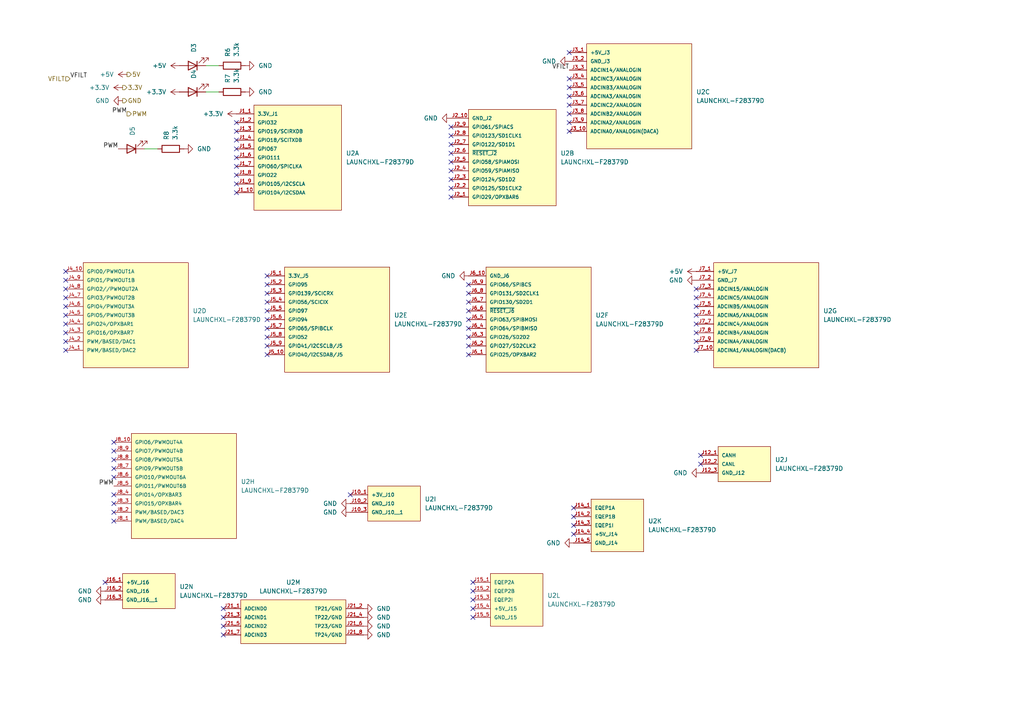
<source format=kicad_sch>
(kicad_sch (version 20231120) (generator "eeschema") (generator_version "8.0")
  (paper "A4")
  (lib_symbols
    (symbol "Device:LED" (pin_numbers hide) (pin_names (offset 1.016) hide)
      (property "Reference" "D" (at 0 2.54 0))
      (property "Value" "LED" (at 0 -2.54 0))
      (symbol "LED_0_1"
        (polyline (pts (xy -1.27 -1.27) (xy -1.27 1.27)) (stroke (width 0.254)))
        (polyline (pts (xy -1.27 0) (xy 1.27 0)))
        (polyline (pts (xy 1.27 -1.27) (xy 1.27 1.27) (xy -1.27 0) (xy 1.27 -1.27)) (stroke (width 0.254)))
        (polyline (pts (xy -3.048 -0.762) (xy -4.572 -2.286) (xy -3.81 -2.286) (xy -4.572 -2.286) (xy -4.572 -1.524)))
        (polyline (pts (xy -1.778 -0.762) (xy -3.302 -2.286) (xy -2.54 -2.286) (xy -3.302 -2.286) (xy -3.302 -1.524)))
      )
      (symbol "LED_1_1"
        (pin passive line (at -3.81 0 0) (length 2.54) (name "K") (number "1"))
        (pin passive line (at 3.81 0 180) (length 2.54) (name "A") (number "2"))
      )
    )
    (symbol "Device:R" (pin_numbers hide) (pin_names (offset 0))
      (property "Reference" "R" (at 2.032 0 90))
      (property "Value" "R" (at 0 0 90))
      (symbol "R_0_1"
        (rectangle (start -1.016 -2.54) (end 1.016 2.54) (stroke (width 0.254)))
      )
      (symbol "R_1_1"
        (pin passive line (at 0 3.81 270) (length 1.27) (name "~") (number "1"))
        (pin passive line (at 0 -3.81 90) (length 1.27) (name "~") (number "2"))
      )
    )
    (symbol "LAUNCHXL-F28379D:LAUNCHXL-F28379D" (pin_names (offset 1.016))
      (property "Reference" "U" (at -12.2428 15.9258 0))
      (property "Value" "LAUNCHXL-F28379D" (at -12.7 -17.272 0))
      (symbol "LAUNCHXL-F28379D_1_0"
        (rectangle (start -12.7 -15.24) (end 12.7 15.24) (stroke (width 0.1524)) (fill (type background)))
        (pin power_in line (at -17.78 12.7 0) (length 5.08) (name "3.3V_J1") (number "J1_1"))
        (pin bidirectional line (at -17.78 -10.16 0) (length 5.08) (name "GPIO104/I2CSDAA") (number "J1_10"))
        (pin bidirectional line (at -17.78 10.16 0) (length 5.08) (name "GPIO32") (number "J1_2"))
        (pin bidirectional line (at -17.78 7.62 0) (length 5.08) (name "GPIO19/SCIRXDB") (number "J1_3"))
        (pin bidirectional line (at -17.78 5.08 0) (length 5.08) (name "GPIO18/SCITXDB") (number "J1_4"))
        (pin bidirectional line (at -17.78 2.54 0) (length 5.08) (name "GPIO67") (number "J1_5"))
        (pin bidirectional line (at -17.78 0 0) (length 5.08) (name "GPIO111") (number "J1_6"))
        (pin bidirectional line (at -17.78 -2.54 0) (length 5.08) (name "GPIO60/SPICLKA") (number "J1_7"))
        (pin bidirectional line (at -17.78 -5.08 0) (length 5.08) (name "GPIO22") (number "J1_8"))
        (pin bidirectional line (at -17.78 -7.62 0) (length 5.08) (name "GPIO105/I2CSCLA") (number "J1_9"))
      )
      (symbol "LAUNCHXL-F28379D_2_0"
        (rectangle (start -12.7 -12.7) (end 12.7 15.24) (stroke (width 0.1524)) (fill (type background)))
        (pin bidirectional line (at -17.78 -10.16 0) (length 5.08) (name "GPIO29/OPXBAR6") (number "J2_1"))
        (pin power_in line (at -17.78 12.7 0) (length 5.08) (name "GND_J2") (number "J2_10"))
        (pin bidirectional line (at -17.78 -7.62 0) (length 5.08) (name "GPIO125/SD1CLK2") (number "J2_2"))
        (pin bidirectional line (at -17.78 -5.08 0) (length 5.08) (name "GPIO124/SD1D2") (number "J2_3"))
        (pin bidirectional line (at -17.78 -2.54 0) (length 5.08) (name "GPIO59/SPIAMISO") (number "J2_4"))
        (pin bidirectional line (at -17.78 0 0) (length 5.08) (name "GPIO58/SPIAMOSI") (number "J2_5"))
        (pin bidirectional line (at -17.78 2.54 0) (length 5.08) (name "~{RESET_J2}") (number "J2_6"))
        (pin bidirectional line (at -17.78 5.08 0) (length 5.08) (name "GPIO122/SD1D1") (number "J2_7"))
        (pin bidirectional line (at -17.78 7.62 0) (length 5.08) (name "GPIO123/SD1CLK1") (number "J2_8"))
        (pin bidirectional line (at -17.78 10.16 0) (length 5.08) (name "GPIO61/SPIACS") (number "J2_9"))
      )
      (symbol "LAUNCHXL-F28379D_3_0"
        (rectangle (start -15.24 -15.24) (end 15.24 15.24) (stroke (width 0.1524)) (fill (type background)))
        (pin power_in line (at -20.32 12.7 0) (length 5.08) (name "+5V_J3") (number "J3_1"))
        (pin bidirectional line (at -20.32 -10.16 0) (length 5.08) (name "ADCINA0/ANALOGIN(DACA)") (number "J3_10"))
        (pin power_in line (at -20.32 10.16 0) (length 5.08) (name "GND_J3") (number "J3_2"))
        (pin bidirectional line (at -20.32 7.62 0) (length 5.08) (name "ADCIN14/ANALOGIN") (number "J3_3"))
        (pin bidirectional line (at -20.32 5.08 0) (length 5.08) (name "ADCINC3/ANALOGIN") (number "J3_4"))
        (pin bidirectional line (at -20.32 2.54 0) (length 5.08) (name "ADCINB3/ANALOGIN") (number "J3_5"))
        (pin bidirectional line (at -20.32 0 0) (length 5.08) (name "ADCINA3/ANALOGIN") (number "J3_6"))
        (pin bidirectional line (at -20.32 -2.54 0) (length 5.08) (name "ADCINC2/ANALOGIN") (number "J3_7"))
        (pin bidirectional line (at -20.32 -5.08 0) (length 5.08) (name "ADCINB2/ANALOGIN") (number "J3_8"))
        (pin bidirectional line (at -20.32 -7.62 0) (length 5.08) (name "ADCINA2/ANALOGIN") (number "J3_9"))
      )
      (symbol "LAUNCHXL-F28379D_4_0"
        (rectangle (start -15.24 -15.24) (end 15.24 15.24) (stroke (width 0.1524)) (fill (type background)))
        (pin bidirectional line (at -20.32 -10.16 0) (length 5.08) (name "PWM/BASED/DAC2") (number "J4_1"))
        (pin bidirectional line (at -20.32 12.7 0) (length 5.08) (name "GPIO0/PWMOUT1A") (number "J4_10"))
        (pin bidirectional line (at -20.32 -7.62 0) (length 5.08) (name "PWM/BASED/DAC1") (number "J4_2"))
        (pin bidirectional line (at -20.32 -5.08 0) (length 5.08) (name "GPIO16/OPXBAR7") (number "J4_3"))
        (pin bidirectional line (at -20.32 -2.54 0) (length 5.08) (name "GPIO24/OPXBAR1") (number "J4_4"))
        (pin bidirectional line (at -20.32 0 0) (length 5.08) (name "GPIO5/PWMOUT3B") (number "J4_5"))
        (pin bidirectional line (at -20.32 2.54 0) (length 5.08) (name "GPIO4/PWMOUT3A") (number "J4_6"))
        (pin bidirectional line (at -20.32 5.08 0) (length 5.08) (name "GPIO3/PWMOUT2B") (number "J4_7"))
        (pin bidirectional line (at -20.32 7.62 0) (length 5.08) (name "GPIO2//PWMOUT2A") (number "J4_8"))
        (pin bidirectional line (at -20.32 10.16 0) (length 5.08) (name "GPIO1/PWMOUT1B") (number "J4_9"))
      )
      (symbol "LAUNCHXL-F28379D_5_0"
        (rectangle (start -15.24 -15.24) (end 15.24 15.24) (stroke (width 0.1524)) (fill (type background)))
        (pin power_in line (at -20.32 12.7 0) (length 5.08) (name "3.3V_J5") (number "J5_1"))
        (pin bidirectional line (at -20.32 -10.16 0) (length 5.08) (name "GPIO40/I2CSDAB/J5") (number "J5_10"))
        (pin bidirectional line (at -20.32 10.16 0) (length 5.08) (name "GPIO95") (number "J5_2"))
        (pin bidirectional line (at -20.32 7.62 0) (length 5.08) (name "GPIO139/SCICRX") (number "J5_3"))
        (pin bidirectional line (at -20.32 5.08 0) (length 5.08) (name "GPIO56/SCICIX") (number "J5_4"))
        (pin bidirectional line (at -20.32 2.54 0) (length 5.08) (name "GPIO97") (number "J5_5"))
        (pin bidirectional line (at -20.32 0 0) (length 5.08) (name "GPIO94") (number "J5_6"))
        (pin bidirectional line (at -20.32 -2.54 0) (length 5.08) (name "GPIO65/SPIBCLK") (number "J5_7"))
        (pin bidirectional line (at -20.32 -5.08 0) (length 5.08) (name "GPIO52") (number "J5_8"))
        (pin bidirectional line (at -20.32 -7.62 0) (length 5.08) (name "GPIO41/I2CSCLB/J5") (number "J5_9"))
      )
      (symbol "LAUNCHXL-F28379D_6_0"
        (rectangle (start -15.24 -15.24) (end 15.24 15.24) (stroke (width 0.1524)) (fill (type background)))
        (pin bidirectional line (at -20.32 -10.16 0) (length 5.08) (name "GPIO25/OPXBAR2") (number "J6_1"))
        (pin power_in line (at -20.32 12.7 0) (length 5.08) (name "GND_J6") (number "J6_10"))
        (pin bidirectional line (at -20.32 -7.62 0) (length 5.08) (name "GPIO27/SD2CLK2") (number "J6_2"))
        (pin bidirectional line (at -20.32 -5.08 0) (length 5.08) (name "GPIO26/SD2D2") (number "J6_3"))
        (pin bidirectional line (at -20.32 -2.54 0) (length 5.08) (name "GPIO64/SPIBMISO") (number "J6_4"))
        (pin bidirectional line (at -20.32 0 0) (length 5.08) (name "GPIO63/SPIBMOSI") (number "J6_5"))
        (pin bidirectional line (at -20.32 2.54 0) (length 5.08) (name "~{RESET_J6}") (number "J6_6"))
        (pin bidirectional line (at -20.32 5.08 0) (length 5.08) (name "GPIO130/SD2D1") (number "J6_7"))
        (pin bidirectional line (at -20.32 7.62 0) (length 5.08) (name "GPIO131/SD2CLK1") (number "J6_8"))
        (pin bidirectional line (at -20.32 10.16 0) (length 5.08) (name "GPIO66/SPIBCS") (number "J6_9"))
      )
      (symbol "LAUNCHXL-F28379D_7_0"
        (rectangle (start -15.24 -15.24) (end 15.24 15.24) (stroke (width 0.1524)) (fill (type background)))
        (pin power_in line (at -20.32 12.7 0) (length 5.08) (name "+5V_J7") (number "J7_1"))
        (pin bidirectional line (at -20.32 -10.16 0) (length 5.08) (name "ADCINA1/ANALOGIN(DACB)") (number "J7_10"))
        (pin power_in line (at -20.32 10.16 0) (length 5.08) (name "GND_J7") (number "J7_2"))
        (pin bidirectional line (at -20.32 7.62 0) (length 5.08) (name "ADCIN15/ANALOGIN") (number "J7_3"))
        (pin bidirectional line (at -20.32 5.08 0) (length 5.08) (name "ADCINC5/ANALOGIN") (number "J7_4"))
        (pin bidirectional line (at -20.32 2.54 0) (length 5.08) (name "ADCINB5/ANALOGIN") (number "J7_5"))
        (pin bidirectional line (at -20.32 0 0) (length 5.08) (name "ADCINA5/ANALOGIN") (number "J7_6"))
        (pin bidirectional line (at -20.32 -2.54 0) (length 5.08) (name "ADCINC4/ANALOGIN") (number "J7_7"))
        (pin bidirectional line (at -20.32 -5.08 0) (length 5.08) (name "ADCINB4/ANALOGIN") (number "J7_8"))
        (pin bidirectional line (at -20.32 -7.62 0) (length 5.08) (name "ADCINA4/ANALOGIN") (number "J7_9"))
      )
      (symbol "LAUNCHXL-F28379D_8_0"
        (rectangle (start -15.24 -15.24) (end 15.24 15.24) (stroke (width 0.1524)) (fill (type background)))
        (pin bidirectional line (at -20.32 -10.16 0) (length 5.08) (name "PWM/BASED/DAC4") (number "J8_1"))
        (pin bidirectional line (at -20.32 12.7 0) (length 5.08) (name "GPIO6/PWMOUT4A") (number "J8_10"))
        (pin bidirectional line (at -20.32 -7.62 0) (length 5.08) (name "PWM/BASED/DAC3") (number "J8_2"))
        (pin bidirectional line (at -20.32 -5.08 0) (length 5.08) (name "GPIO15/OPXBAR4") (number "J8_3"))
        (pin bidirectional line (at -20.32 -2.54 0) (length 5.08) (name "GPIO14/OPXBAR3") (number "J8_4"))
        (pin bidirectional line (at -20.32 0 0) (length 5.08) (name "GPIO11/PWMOUT6B") (number "J8_5"))
        (pin bidirectional line (at -20.32 2.54 0) (length 5.08) (name "GPIO10/PWMOUT6A") (number "J8_6"))
        (pin bidirectional line (at -20.32 5.08 0) (length 5.08) (name "GPIO9/PWMOUT5B") (number "J8_7"))
        (pin bidirectional line (at -20.32 7.62 0) (length 5.08) (name "GPIO8/PWMOUT5A") (number "J8_8"))
        (pin bidirectional line (at -20.32 10.16 0) (length 5.08) (name "GPIO7/PWMOUT4B") (number "J8_9"))
      )
      (symbol "LAUNCHXL-F28379D_9_0"
        (rectangle (start -7.62 -7.62) (end 7.62 2.54) (stroke (width 0.1524)) (fill (type background)))
        (pin power_in line (at -12.7 0 0) (length 5.08) (name "+3V_J10") (number "J10_1"))
        (pin power_in line (at -12.7 -2.54 0) (length 5.08) (name "GND_J10") (number "J10_2"))
        (pin power_in line (at -12.7 -5.08 0) (length 5.08) (name "GND_J10__1") (number "J10_3"))
      )
      (symbol "LAUNCHXL-F28379D_10_0"
        (rectangle (start -7.62 -5.08) (end 7.62 5.08) (stroke (width 0.1524)) (fill (type background)))
        (pin bidirectional line (at -12.7 2.54 0) (length 5.08) (name "CANH") (number "J12_1"))
        (pin bidirectional line (at -12.7 0 0) (length 5.08) (name "CANL") (number "J12_2"))
        (pin power_in line (at -12.7 -2.54 0) (length 5.08) (name "GND_J12") (number "J12_3"))
      )
      (symbol "LAUNCHXL-F28379D_11_0"
        (rectangle (start -7.62 -7.62) (end 7.62 7.62) (stroke (width 0.1524)) (fill (type background)))
        (pin bidirectional line (at -12.7 5.08 0) (length 5.08) (name "EQEP1A") (number "J14_1"))
        (pin bidirectional line (at -12.7 2.54 0) (length 5.08) (name "EQEP1B") (number "J14_2"))
        (pin bidirectional line (at -12.7 0 0) (length 5.08) (name "EQEP1I") (number "J14_3"))
        (pin power_in line (at -12.7 -2.54 0) (length 5.08) (name "+5V_J14") (number "J14_4"))
        (pin power_in line (at -12.7 -5.08 0) (length 5.08) (name "GND_J14") (number "J14_5"))
      )
      (symbol "LAUNCHXL-F28379D_12_0"
        (rectangle (start -7.62 -7.62) (end 7.62 7.62) (stroke (width 0.1524)) (fill (type background)))
        (pin bidirectional line (at -12.7 5.08 0) (length 5.08) (name "EQEP2A") (number "J15_1"))
        (pin bidirectional line (at -12.7 2.54 0) (length 5.08) (name "EQEP2B") (number "J15_2"))
        (pin bidirectional line (at -12.7 0 0) (length 5.08) (name "EQEP2I") (number "J15_3"))
        (pin power_in line (at -12.7 -2.54 0) (length 5.08) (name "+5V_J15") (number "J15_4"))
        (pin power_in line (at -12.7 -5.08 0) (length 5.08) (name "GND_J15") (number "J15_5"))
      )
      (symbol "LAUNCHXL-F28379D_13_0"
        (rectangle (start -15.24 -7.62) (end 15.24 5.08) (stroke (width 0.1524)) (fill (type background)))
        (pin input line (at -20.32 2.54 0) (length 5.08) (name "ADCIND0") (number "J21_1"))
        (pin power_in line (at 20.32 2.54 180) (length 5.08) (name "TP21/GND") (number "J21_2"))
        (pin input line (at -20.32 0 0) (length 5.08) (name "ADCIND1") (number "J21_3"))
        (pin power_in line (at 20.32 0 180) (length 5.08) (name "TP22/GND") (number "J21_4"))
        (pin input line (at -20.32 -2.54 0) (length 5.08) (name "ADCIND2") (number "J21_5"))
        (pin power_in line (at 20.32 -2.54 180) (length 5.08) (name "TP23/GND") (number "J21_6"))
        (pin input line (at -20.32 -5.08 0) (length 5.08) (name "ADCIND3") (number "J21_7"))
        (pin power_in line (at 20.32 -5.08 180) (length 5.08) (name "TP24/GND") (number "J21_8"))
      )
      (symbol "LAUNCHXL-F28379D_14_0"
        (rectangle (start -7.62 -5.08) (end 7.62 5.08) (stroke (width 0.1524)) (fill (type background)))
        (pin power_in line (at -12.7 2.54 0) (length 5.08) (name "+5V_J16") (number "J16_1"))
        (pin power_in line (at -12.7 0 0) (length 5.08) (name "GND_J16") (number "J16_2"))
        (pin power_in line (at -12.7 -2.54 0) (length 5.08) (name "GND_J16__1") (number "J16_3"))
      )
    )
    (symbol "power:+3.3V" (power) (pin_numbers hide) (pin_names (offset 0) hide)
      (property "Value" "+3.3V" (at 0 3.556 0))
      (symbol "+3.3V_0_1"
        (polyline (pts (xy -0.762 1.27) (xy 0 2.54)))
        (polyline (pts (xy 0 0) (xy 0 2.54)))
        (polyline (pts (xy 0 2.54) (xy 0.762 1.27)))
      )
      (symbol "+3.3V_1_1"
        (pin power_in line (at 0 0 90) (length 0) (name "~") (number "1"))
      )
    )
    (symbol "power:+5V" (power) (pin_numbers hide) (pin_names (offset 0) hide)
      (property "Value" "+5V" (at 0 3.556 0))
      (symbol "+5V_0_1"
        (polyline (pts (xy -0.762 1.27) (xy 0 2.54)))
        (polyline (pts (xy 0 0) (xy 0 2.54)))
        (polyline (pts (xy 0 2.54) (xy 0.762 1.27)))
      )
      (symbol "+5V_1_1"
        (pin power_in line (at 0 0 90) (length 0) (name "~") (number "1"))
      )
    )
    (symbol "power:GND" (power) (pin_numbers hide) (pin_names (offset 0) hide)
      (property "Value" "GND" (at 0 -3.81 0))
      (symbol "GND_0_1"
        (polyline (pts (xy 0 0) (xy 0 -1.27) (xy 1.27 -1.27) (xy 0 -2.54) (xy -1.27 -1.27) (xy 0 -1.27)))
      )
      (symbol "GND_1_1"
        (pin power_in line (at 0 0 270) (length 0) (name "~") (number "1"))
      )
    )
  )
  (no_connect (at 201.93 96.52))
  (no_connect (at 68.58 50.8))
  (no_connect (at 77.47 87.63))
  (no_connect (at 33.02 148.59))
  (no_connect (at 19.05 96.52))
  (no_connect (at 68.58 55.88))
  (no_connect (at 135.89 87.63))
  (no_connect (at 130.81 52.07))
  (no_connect (at 130.81 44.45))
  (no_connect (at 166.37 154.94))
  (no_connect (at 77.47 80.01))
  (no_connect (at 68.58 40.64))
  (no_connect (at 19.05 78.74))
  (no_connect (at 64.77 184.15))
  (no_connect (at 19.05 91.44))
  (no_connect (at 77.47 97.79))
  (no_connect (at 33.02 130.81))
  (no_connect (at 77.47 95.25))
  (no_connect (at 165.1 25.4))
  (no_connect (at 165.1 38.1))
  (no_connect (at 135.89 82.55))
  (no_connect (at 130.81 46.99))
  (no_connect (at 130.81 54.61))
  (no_connect (at 30.48 168.91))
  (no_connect (at 201.93 99.06))
  (no_connect (at 33.02 138.43))
  (no_connect (at 33.02 143.51))
  (no_connect (at 77.47 100.33))
  (no_connect (at 165.1 22.86))
  (no_connect (at 33.02 151.13))
  (no_connect (at 19.05 86.36))
  (no_connect (at 33.02 133.35))
  (no_connect (at 33.02 128.27))
  (no_connect (at 77.47 92.71))
  (no_connect (at 201.93 101.6))
  (no_connect (at 33.02 146.05))
  (no_connect (at 130.81 57.15))
  (no_connect (at 137.16 173.99))
  (no_connect (at 19.05 101.6))
  (no_connect (at 137.16 176.53))
  (no_connect (at 201.93 91.44))
  (no_connect (at 68.58 35.56))
  (no_connect (at 19.05 93.98))
  (no_connect (at 135.89 100.33))
  (no_connect (at 19.05 81.28))
  (no_connect (at 201.93 83.82))
  (no_connect (at 165.1 15.24))
  (no_connect (at 166.37 147.32))
  (no_connect (at 203.2 132.08))
  (no_connect (at 64.77 179.07))
  (no_connect (at 68.58 45.72))
  (no_connect (at 19.05 88.9))
  (no_connect (at 135.89 97.79))
  (no_connect (at 130.81 49.53))
  (no_connect (at 165.1 35.56))
  (no_connect (at 77.47 82.55))
  (no_connect (at 19.05 83.82))
  (no_connect (at 137.16 168.91))
  (no_connect (at 201.93 93.98))
  (no_connect (at 135.89 92.71))
  (no_connect (at 165.1 27.94))
  (no_connect (at 64.77 181.61))
  (no_connect (at 135.89 90.17))
  (no_connect (at 68.58 53.34))
  (no_connect (at 166.37 149.86))
  (no_connect (at 201.93 86.36))
  (no_connect (at 135.89 95.25))
  (no_connect (at 135.89 85.09))
  (no_connect (at 130.81 39.37))
  (no_connect (at 77.47 102.87))
  (no_connect (at 33.02 135.89))
  (no_connect (at 165.1 33.02))
  (no_connect (at 19.05 99.06))
  (no_connect (at 201.93 88.9))
  (no_connect (at 68.58 38.1))
  (no_connect (at 64.77 176.53))
  (no_connect (at 137.16 179.07))
  (no_connect (at 68.58 43.18))
  (no_connect (at 130.81 36.83))
  (no_connect (at 165.1 30.48))
  (no_connect (at 203.2 134.62))
  (no_connect (at 166.37 152.4))
  (no_connect (at 77.47 90.17))
  (no_connect (at 68.58 48.26))
  (no_connect (at 101.6 143.51))
  (no_connect (at 135.89 102.87))
  (no_connect (at 77.47 85.09))
  (no_connect (at 137.16 171.45))
  (no_connect (at 130.81 41.91))
  (wire (pts (xy 59.69 26.67) (xy 63.5 26.67)))
  (wire (pts (xy 41.91 43.18) (xy 45.72 43.18)))
  (wire (pts (xy 59.69 19.05) (xy 63.5 19.05)))
  (label "VFILT" (at 165.1 20.32 180))
  (label "VFILT" (at 20.32 22.86 0))
  (label "PWM" (at 33.02 140.97 180))
  (label "PWM" (at 34.29 43.18 180))
  (label "PWM" (at 36.83 33.02 180))
  (hierarchical_label "3.3V" (shape output) (at 35.56 25.4 0))
  (hierarchical_label "5V" (shape output) (at 36.83 21.59 0))
  (hierarchical_label "PWM" (shape output) (at 36.83 33.02 0))
  (hierarchical_label "GND" (shape output) (at 35.56 29.21 0))
  (hierarchical_label "VFILT" (shape input) (at 20.32 22.86 180))
  (symbol (lib_id "power:GND") (at 53.34 43.18 90) (unit 1)
    (property "Reference" "#PWR044" (effects (hide yes)))
    (property "Value" "GND" (at 57.15 43.1799 90) (effects (justify right)))
    (property "Description" "Power symbol creates a global label with name \"GND\" , ground" (effects (hide yes)))
  )
  (symbol (lib_id "power:GND") (at 165.1 17.78 270) (unit 1)
    (property "Reference" "#PWR024" (effects (hide yes)))
    (property "Value" "GND" (at 161.29 17.7799 90) (effects (justify right)))
    (property "Description" "Power symbol creates a global label with name \"GND\" , ground" (effects (hide yes)))
  )
  (symbol (lib_id "Device:R") (at 67.31 26.67 90) (unit 1)
    (property "Reference" "R7" (at 66.0399 24.13 0) (effects (justify left)))
    (property "Value" "3.3k" (at 68.5799 24.13 0) (effects (justify left)))
    (property "Footprint" "Resistor_SMD:R_0805_2012Metric_Pad1.20x1.40mm_HandSolder" (effects (hide yes)))
    (property "Datasheet" "ERJ-P06F3301V" (effects (hide yes)))
    (property "Description" "Resistor" (effects (hide yes)))
    (property "Part Number" "ERJ-P06F3301V" (effects (hide yes)))
  )
  (symbol (lib_id "power:+5V") (at 201.93 78.74 90) (unit 1)
    (property "Reference" "#PWR022" (effects (hide yes)))
    (property "Value" "+5V" (at 198.12 78.7399 90) (effects (justify left)))
    (property "Description" "Power symbol creates a global label with name \"+5V\"" (effects (hide yes)))
  )
  (symbol (lib_id "Device:LED") (at 55.88 26.67 180) (unit 1)
    (property "Reference" "D4" (at 56.1974 22.86 90) (effects (justify right)))
    (property "Value" "LTST-C170KGKT" (effects (hide yes)))
    (property "Footprint" "LED_SMD:LED_0805_2012Metric" (effects (hide yes)))
    (property "Datasheet" "LTST-C170KGKT" (effects (hide yes)))
    (property "Description" "Light emitting diode" (effects (hide yes)))
    (property "Part Number" "LTST-C170KGKT" (effects (hide yes)))
  )
  (symbol (lib_id "power:GND") (at 71.12 26.67 90) (unit 1)
    (property "Reference" "#PWR046" (effects (hide yes)))
    (property "Value" "GND" (at 74.93 26.6699 90) (effects (justify right)))
    (property "Description" "Power symbol creates a global label with name \"GND\" , ground" (effects (hide yes)))
  )
  (symbol (lib_id "LAUNCHXL-F28379D:LAUNCHXL-F28379D") (at 86.36 45.72 0) (unit 1)
    (property "Reference" "U2" (at 100.33 44.4499 0) (effects (justify left)))
    (property "Value" "LAUNCHXL-F28379D" (at 100.33 46.9899 0) (effects (justify left)))
    (property "Footprint" "MCU_lib:MOD_LAUNCHXL-F28379D" (effects (hide yes)))
    (property "Datasheet" "LAUNCHXL-F28379D" (effects (hide yes)))
    (property "PARTREV" "2.0" (effects (hide yes)))
    (property "STANDARD" "Manufacturer Recommendations" (effects (hide yes)))
    (property "MANUFACTURER" "Texas Instruments" (effects (hide yes)))
    (property "Part Number" "LAUNCHXL-F28379D" (effects (hide yes)))
  )
  (symbol (lib_id "power:+5V") (at 52.07 19.05 90) (unit 1)
    (property "Reference" "#PWR048" (effects (hide yes)))
    (property "Value" "+5V" (at 48.26 19.0499 90) (effects (justify left)))
    (property "Description" "Power symbol creates a global label with name \"+5V\"" (effects (hide yes)))
  )
  (symbol (lib_id "LAUNCHXL-F28379D:LAUNCHXL-F28379D") (at 39.37 91.44 0) (unit 4)
    (property "Reference" "U2" (at 55.88 90.1699 0) (effects (justify left)))
    (property "Value" "LAUNCHXL-F28379D" (at 55.88 92.7099 0) (effects (justify left)))
    (property "Footprint" "MCU_lib:MOD_LAUNCHXL-F28379D" (effects (hide yes)))
    (property "Datasheet" "LAUNCHXL-F28379D" (effects (hide yes)))
    (property "PARTREV" "2.0" (effects (hide yes)))
    (property "STANDARD" "Manufacturer Recommendations" (effects (hide yes)))
    (property "MANUFACTURER" "Texas Instruments" (effects (hide yes)))
    (property "Part Number" "LAUNCHXL-F28379D" (effects (hide yes)))
  )
  (symbol (lib_id "LAUNCHXL-F28379D:LAUNCHXL-F28379D") (at 222.25 91.44 0) (unit 7)
    (property "Reference" "U2" (at 238.76 90.1699 0) (effects (justify left)))
    (property "Value" "LAUNCHXL-F28379D" (at 238.76 92.7099 0) (effects (justify left)))
    (property "Footprint" "MCU_lib:MOD_LAUNCHXL-F28379D" (effects (hide yes)))
    (property "Datasheet" "LAUNCHXL-F28379D" (effects (hide yes)))
    (property "PARTREV" "2.0" (effects (hide yes)))
    (property "STANDARD" "Manufacturer Recommendations" (effects (hide yes)))
    (property "MANUFACTURER" "Texas Instruments" (effects (hide yes)))
    (property "Part Number" "LAUNCHXL-F28379D" (effects (hide yes)))
  )
  (symbol (lib_id "power:GND") (at 105.41 184.15 90) (unit 1)
    (property "Reference" "#PWR028" (effects (hide yes)))
    (property "Value" "GND" (at 109.22 184.1499 90) (effects (justify right)))
    (property "Description" "Power symbol creates a global label with name \"GND\" , ground" (effects (hide yes)))
  )
  (symbol (lib_id "power:GND") (at 105.41 179.07 90) (unit 1)
    (property "Reference" "#PWR026" (effects (hide yes)))
    (property "Value" "GND" (at 109.22 179.0699 90) (effects (justify right)))
    (property "Description" "Power symbol creates a global label with name \"GND\" , ground" (effects (hide yes)))
  )
  (symbol (lib_id "power:GND") (at 203.2 137.16 270) (unit 1)
    (property "Reference" "#PWR033" (effects (hide yes)))
    (property "Value" "GND" (at 199.39 137.1599 90) (effects (justify right)))
    (property "Description" "Power symbol creates a global label with name \"GND\" , ground" (effects (hide yes)))
  )
  (symbol (lib_id "LAUNCHXL-F28379D:LAUNCHXL-F28379D") (at 215.9 134.62 0) (unit 10)
    (property "Reference" "U2" (at 224.79 133.3499 0) (effects (justify left)))
    (property "Value" "LAUNCHXL-F28379D" (at 224.79 135.8899 0) (effects (justify left)))
    (property "Footprint" "MCU_lib:MOD_LAUNCHXL-F28379D" (effects (hide yes)))
    (property "Datasheet" "LAUNCHXL-F28379D" (effects (hide yes)))
    (property "PARTREV" "2.0" (effects (hide yes)))
    (property "STANDARD" "Manufacturer Recommendations" (effects (hide yes)))
    (property "MANUFACTURER" "Texas Instruments" (effects (hide yes)))
    (property "Part Number" "LAUNCHXL-F28379D" (effects (hide yes)))
  )
  (symbol (lib_id "power:GND") (at 30.48 173.99 270) (unit 1)
    (property "Reference" "#PWR032" (effects (hide yes)))
    (property "Value" "GND" (at 26.67 173.9899 90) (effects (justify right)))
    (property "Description" "Power symbol creates a global label with name \"GND\" , ground" (effects (hide yes)))
  )
  (symbol (lib_id "LAUNCHXL-F28379D:LAUNCHXL-F28379D") (at 148.59 46.99 0) (unit 2)
    (property "Reference" "U2" (at 162.56 44.4499 0) (effects (justify left)))
    (property "Value" "LAUNCHXL-F28379D" (at 162.56 46.9899 0) (effects (justify left)))
    (property "Footprint" "MCU_lib:MOD_LAUNCHXL-F28379D" (effects (hide yes)))
    (property "Datasheet" "LAUNCHXL-F28379D" (effects (hide yes)))
    (property "PARTREV" "2.0" (effects (hide yes)))
    (property "STANDARD" "Manufacturer Recommendations" (effects (hide yes)))
    (property "MANUFACTURER" "Texas Instruments" (effects (hide yes)))
    (property "Part Number" "LAUNCHXL-F28379D" (effects (hide yes)))
  )
  (symbol (lib_id "LAUNCHXL-F28379D:LAUNCHXL-F28379D") (at 85.09 179.07 0) (unit 13)
    (property "Reference" "U2" (at 85.09 168.91 0))
    (property "Value" "LAUNCHXL-F28379D" (at 85.09 171.45 0))
    (property "Footprint" "MCU_lib:MOD_LAUNCHXL-F28379D" (effects (hide yes)))
    (property "Datasheet" "LAUNCHXL-F28379D" (effects (hide yes)))
    (property "PARTREV" "2.0" (effects (hide yes)))
    (property "STANDARD" "Manufacturer Recommendations" (effects (hide yes)))
    (property "MANUFACTURER" "Texas Instruments" (effects (hide yes)))
    (property "Part Number" "LAUNCHXL-F28379D" (effects (hide yes)))
  )
  (symbol (lib_id "LAUNCHXL-F28379D:LAUNCHXL-F28379D") (at 53.34 140.97 0) (unit 8)
    (property "Reference" "U2" (at 69.85 139.6999 0) (effects (justify left)))
    (property "Value" "LAUNCHXL-F28379D" (at 69.85 142.2399 0) (effects (justify left)))
    (property "Footprint" "MCU_lib:MOD_LAUNCHXL-F28379D" (effects (hide yes)))
    (property "Datasheet" "LAUNCHXL-F28379D" (effects (hide yes)))
    (property "PARTREV" "2.0" (effects (hide yes)))
    (property "STANDARD" "Manufacturer Recommendations" (effects (hide yes)))
    (property "MANUFACTURER" "Texas Instruments" (effects (hide yes)))
    (property "Part Number" "LAUNCHXL-F28379D" (effects (hide yes)))
  )
  (symbol (lib_id "Device:R") (at 49.53 43.18 90) (unit 1)
    (property "Reference" "R8" (at 48.2599 40.64 0) (effects (justify left)))
    (property "Value" "3.3k" (at 50.7999 40.64 0) (effects (justify left)))
    (property "Footprint" "Resistor_SMD:R_0805_2012Metric_Pad1.20x1.40mm_HandSolder" (effects (hide yes)))
    (property "Datasheet" "ERJ-P06F3301V" (effects (hide yes)))
    (property "Description" "Resistor" (effects (hide yes)))
    (property "Part Number" "ERJ-P06F3301V" (effects (hide yes)))
  )
  (symbol (lib_id "power:GND") (at 101.6 146.05 270) (unit 1)
    (property "Reference" "#PWR029" (effects (hide yes)))
    (property "Value" "GND" (at 97.79 146.0499 90) (effects (justify right)))
    (property "Description" "Power symbol creates a global label with name \"GND\" , ground" (effects (hide yes)))
  )
  (symbol (lib_id "power:GND") (at 166.37 157.48 270) (unit 1)
    (property "Reference" "#PWR034" (effects (hide yes)))
    (property "Value" "GND" (at 162.56 157.4799 90) (effects (justify right)))
    (property "Description" "Power symbol creates a global label with name \"GND\" , ground" (effects (hide yes)))
  )
  (symbol (lib_id "LAUNCHXL-F28379D:LAUNCHXL-F28379D") (at 156.21 92.71 0) (unit 6)
    (property "Reference" "U2" (at 172.72 91.4399 0) (effects (justify left)))
    (property "Value" "LAUNCHXL-F28379D" (at 172.72 93.9799 0) (effects (justify left)))
    (property "Footprint" "MCU_lib:MOD_LAUNCHXL-F28379D" (effects (hide yes)))
    (property "Datasheet" "LAUNCHXL-F28379D" (effects (hide yes)))
    (property "PARTREV" "2.0" (effects (hide yes)))
    (property "STANDARD" "Manufacturer Recommendations" (effects (hide yes)))
    (property "MANUFACTURER" "Texas Instruments" (effects (hide yes)))
    (property "Part Number" "LAUNCHXL-F28379D" (effects (hide yes)))
  )
  (symbol (lib_id "power:+3.3V") (at 35.56 25.4 90) (unit 1)
    (property "Reference" "#PWR020" (effects (hide yes)))
    (property "Value" "+3.3V" (at 31.75 25.3999 90) (effects (justify left)))
    (property "Description" "Power symbol creates a global label with name \"+3.3V\"" (effects (hide yes)))
  )
  (symbol (lib_id "LAUNCHXL-F28379D:LAUNCHXL-F28379D") (at 179.07 152.4 0) (unit 11)
    (property "Reference" "U2" (at 187.96 151.1299 0) (effects (justify left)))
    (property "Value" "LAUNCHXL-F28379D" (at 187.96 153.6699 0) (effects (justify left)))
    (property "Footprint" "MCU_lib:MOD_LAUNCHXL-F28379D" (effects (hide yes)))
    (property "Datasheet" "LAUNCHXL-F28379D" (effects (hide yes)))
    (property "PARTREV" "2.0" (effects (hide yes)))
    (property "STANDARD" "Manufacturer Recommendations" (effects (hide yes)))
    (property "MANUFACTURER" "Texas Instruments" (effects (hide yes)))
    (property "Part Number" "LAUNCHXL-F28379D" (effects (hide yes)))
  )
  (symbol (lib_id "power:GND") (at 71.12 19.05 90) (unit 1)
    (property "Reference" "#PWR047" (effects (hide yes)))
    (property "Value" "GND" (at 74.93 19.0499 90) (effects (justify right)))
    (property "Description" "Power symbol creates a global label with name \"GND\" , ground" (effects (hide yes)))
  )
  (symbol (lib_id "Device:LED") (at 55.88 19.05 180) (unit 1)
    (property "Reference" "D3" (at 56.1974 15.24 90) (effects (justify right)))
    (property "Value" "LTST-C170KGKT" (effects (hide yes)))
    (property "Footprint" "LED_SMD:LED_0805_2012Metric" (effects (hide yes)))
    (property "Datasheet" "LTST-C170KGKT" (effects (hide yes)))
    (property "Description" "Light emitting diode" (effects (hide yes)))
    (property "Part Number" "LTST-C170KGKT" (effects (hide yes)))
  )
  (symbol (lib_id "power:GND") (at 130.81 34.29 270) (unit 1)
    (property "Reference" "#PWR023" (effects (hide yes)))
    (property "Value" "GND" (at 127 34.2899 90) (effects (justify right)))
    (property "Description" "Power symbol creates a global label with name \"GND\" , ground" (effects (hide yes)))
  )
  (symbol (lib_id "Device:LED") (at 38.1 43.18 180) (unit 1)
    (property "Reference" "D5" (at 38.4174 39.37 90) (effects (justify right)))
    (property "Value" "LTST-C170KGKT" (effects (hide yes)))
    (property "Footprint" "LED_SMD:LED_0805_2012Metric" (effects (hide yes)))
    (property "Datasheet" "LTST-C170KGKT" (effects (hide yes)))
    (property "Description" "Light emitting diode" (effects (hide yes)))
    (property "Part Number" "LTST-C170KGKT" (effects (hide yes)))
  )
  (symbol (lib_id "power:+3.3V") (at 52.07 26.67 90) (unit 1)
    (property "Reference" "#PWR049" (effects (hide yes)))
    (property "Value" "+3.3V" (at 48.26 26.6699 90) (effects (justify left)))
    (property "Description" "Power symbol creates a global label with name \"+3.3V\"" (effects (hide yes)))
  )
  (symbol (lib_id "power:+3.3V") (at 68.58 33.02 90) (unit 1)
    (property "Reference" "#PWR021" (effects (hide yes)))
    (property "Value" "+3.3V" (at 64.77 33.0199 90) (effects (justify left)))
    (property "Description" "Power symbol creates a global label with name \"+3.3V\"" (effects (hide yes)))
  )
  (symbol (lib_id "LAUNCHXL-F28379D:LAUNCHXL-F28379D") (at 185.42 27.94 0) (unit 3)
    (property "Reference" "U2" (at 201.93 26.6699 0) (effects (justify left)))
    (property "Value" "LAUNCHXL-F28379D" (at 201.93 29.2099 0) (effects (justify left)))
    (property "Footprint" "MCU_lib:MOD_LAUNCHXL-F28379D" (effects (hide yes)))
    (property "Datasheet" "LAUNCHXL-F28379D" (effects (hide yes)))
    (property "PARTREV" "2.0" (effects (hide yes)))
    (property "STANDARD" "Manufacturer Recommendations" (effects (hide yes)))
    (property "MANUFACTURER" "Texas Instruments" (effects (hide yes)))
    (property "Part Number" "LAUNCHXL-F28379D" (effects (hide yes)))
  )
  (symbol (lib_id "power:GND") (at 135.89 80.01 270) (unit 1)
    (property "Reference" "#PWR035" (effects (hide yes)))
    (property "Value" "GND" (at 132.08 80.0099 90) (effects (justify right)))
    (property "Description" "Power symbol creates a global label with name \"GND\" , ground" (effects (hide yes)))
  )
  (symbol (lib_id "LAUNCHXL-F28379D:LAUNCHXL-F28379D") (at 97.79 92.71 0) (unit 5)
    (property "Reference" "U2" (at 114.3 91.4399 0) (effects (justify left)))
    (property "Value" "LAUNCHXL-F28379D" (at 114.3 93.9799 0) (effects (justify left)))
    (property "Footprint" "MCU_lib:MOD_LAUNCHXL-F28379D" (effects (hide yes)))
    (property "Datasheet" "LAUNCHXL-F28379D" (effects (hide yes)))
    (property "PARTREV" "2.0" (effects (hide yes)))
    (property "STANDARD" "Manufacturer Recommendations" (effects (hide yes)))
    (property "MANUFACTURER" "Texas Instruments" (effects (hide yes)))
    (property "Part Number" "LAUNCHXL-F28379D" (effects (hide yes)))
  )
  (symbol (lib_id "LAUNCHXL-F28379D:LAUNCHXL-F28379D") (at 43.18 171.45 0) (unit 14)
    (property "Reference" "U2" (at 52.07 170.1799 0) (effects (justify left)))
    (property "Value" "LAUNCHXL-F28379D" (at 52.07 172.7199 0) (effects (justify left)))
    (property "Footprint" "MCU_lib:MOD_LAUNCHXL-F28379D" (effects (hide yes)))
    (property "Datasheet" "LAUNCHXL-F28379D" (effects (hide yes)))
    (property "PARTREV" "2.0" (effects (hide yes)))
    (property "STANDARD" "Manufacturer Recommendations" (effects (hide yes)))
    (property "MANUFACTURER" "Texas Instruments" (effects (hide yes)))
    (property "Part Number" "LAUNCHXL-F28379D" (effects (hide yes)))
  )
  (symbol (lib_id "LAUNCHXL-F28379D:LAUNCHXL-F28379D") (at 114.3 143.51 0) (unit 9)
    (property "Reference" "U2" (at 123.19 144.7799 0) (effects (justify left)))
    (property "Value" "LAUNCHXL-F28379D" (at 123.19 147.3199 0) (effects (justify left)))
    (property "Footprint" "MCU_lib:MOD_LAUNCHXL-F28379D" (effects (hide yes)))
    (property "Datasheet" "LAUNCHXL-F28379D" (effects (hide yes)))
    (property "PARTREV" "2.0" (effects (hide yes)))
    (property "STANDARD" "Manufacturer Recommendations" (effects (hide yes)))
    (property "MANUFACTURER" "Texas Instruments" (effects (hide yes)))
    (property "Part Number" "LAUNCHXL-F28379D" (effects (hide yes)))
  )
  (symbol (lib_id "power:GND") (at 105.41 176.53 90) (unit 1)
    (property "Reference" "#PWR025" (effects (hide yes)))
    (property "Value" "GND" (at 109.22 176.5299 90) (effects (justify right)))
    (property "Description" "Power symbol creates a global label with name \"GND\" , ground" (effects (hide yes)))
  )
  (symbol (lib_id "LAUNCHXL-F28379D:LAUNCHXL-F28379D") (at 149.86 173.99 0) (unit 12)
    (property "Reference" "U2" (at 158.75 172.7199 0) (effects (justify left)))
    (property "Value" "LAUNCHXL-F28379D" (at 158.75 175.2599 0) (effects (justify left)))
    (property "Footprint" "MCU_lib:MOD_LAUNCHXL-F28379D" (effects (hide yes)))
    (property "Datasheet" "LAUNCHXL-F28379D" (effects (hide yes)))
    (property "PARTREV" "2.0" (effects (hide yes)))
    (property "STANDARD" "Manufacturer Recommendations" (effects (hide yes)))
    (property "MANUFACTURER" "Texas Instruments" (effects (hide yes)))
    (property "Part Number" "LAUNCHXL-F28379D" (effects (hide yes)))
  )
  (symbol (lib_id "power:GND") (at 35.56 29.21 270) (unit 1)
    (property "Reference" "#PWR018" (effects (hide yes)))
    (property "Value" "GND" (at 31.75 29.2099 90) (effects (justify right)))
    (property "Description" "Power symbol creates a global label with name \"GND\" , ground" (effects (hide yes)))
  )
  (symbol (lib_id "power:GND") (at 30.48 171.45 270) (unit 1)
    (property "Reference" "#PWR031" (effects (hide yes)))
    (property "Value" "GND" (at 26.67 171.4499 90) (effects (justify right)))
    (property "Description" "Power symbol creates a global label with name \"GND\" , ground" (effects (hide yes)))
  )
  (symbol (lib_id "power:GND") (at 201.93 81.28 270) (unit 1)
    (property "Reference" "#PWR036" (effects (hide yes)))
    (property "Value" "GND" (at 198.12 81.2799 90) (effects (justify right)))
    (property "Description" "Power symbol creates a global label with name \"GND\" , ground" (effects (hide yes)))
  )
  (symbol (lib_id "Device:R") (at 67.31 19.05 90) (unit 1)
    (property "Reference" "R6" (at 66.0399 16.51 0) (effects (justify left)))
    (property "Value" "3.3k" (at 68.5799 16.51 0) (effects (justify left)))
    (property "Footprint" "Resistor_SMD:R_0805_2012Metric_Pad1.20x1.40mm_HandSolder" (effects (hide yes)))
    (property "Datasheet" "ERJ-P06F3301V" (effects (hide yes)))
    (property "Description" "Resistor" (effects (hide yes)))
    (property "Part Number" "ERJ-P06F3301V" (effects (hide yes)))
  )
  (symbol (lib_id "power:GND") (at 105.41 181.61 90) (unit 1)
    (property "Reference" "#PWR027" (effects (hide yes)))
    (property "Value" "GND" (at 109.22 181.6099 90) (effects (justify right)))
    (property "Description" "Power symbol creates a global label with name \"GND\" , ground" (effects (hide yes)))
  )
  (symbol (lib_id "power:+5V") (at 36.83 21.59 90) (unit 1)
    (property "Reference" "#PWR019" (effects (hide yes)))
    (property "Value" "+5V" (at 33.02 21.5899 90) (effects (justify left)))
    (property "Description" "Power symbol creates a global label with name \"+5V\"" (effects (hide yes)))
  )
  (symbol (lib_id "power:GND") (at 101.6 148.59 270) (unit 1)
    (property "Reference" "#PWR030" (effects (hide yes)))
    (property "Value" "GND" (at 97.79 148.5899 90) (effects (justify right)))
    (property "Description" "Power symbol creates a global label with name \"GND\" , ground" (effects (hide yes)))
  )
)
</source>
